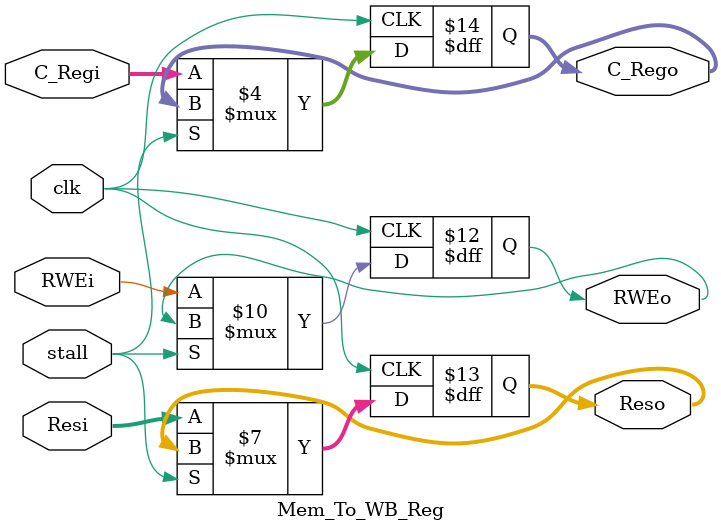
<source format=v>
`timescale 1ns / 1ps

module Mem_To_WB_Reg(RWEi,RWEo,Resi,Reso,C_Regi,C_Rego,clk,stall);
    input RWEi;
    output RWEo;
	 reg RWEo;
    input [15:0] Resi;
    output [15:0] Reso;
	 reg [15:0] Reso;
    input [7:0] C_Regi;
    output [7:0] C_Rego;
	 reg [7:0] C_Rego;
    input clk;
    input stall;

	 always @ (posedge clk)
	 begin
		if(~stall)
		begin
			RWEo = RWEi;
			Reso = Resi;
			C_Rego = C_Regi;
		end
	 end

endmodule

</source>
